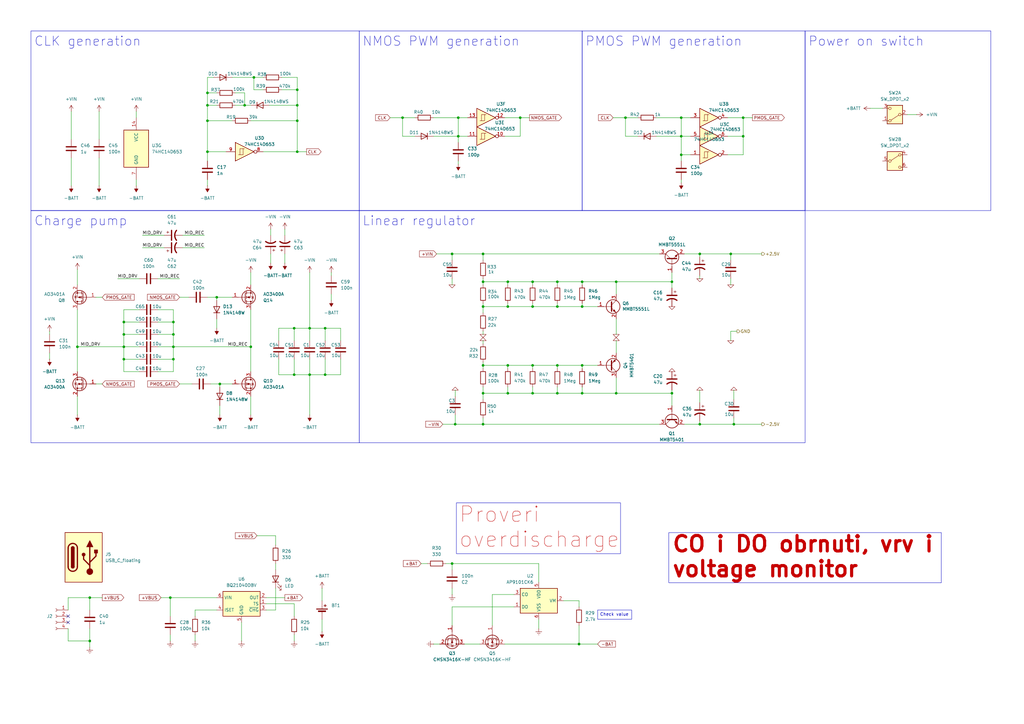
<source format=kicad_sch>
(kicad_sch (version 20250114) (generator "eeschema") (generator_version "9.0")
  (paper "A3")
  (rectangle (start 238.76 12.7) (end 330.2 86.36))
  (rectangle (start 147.32 12.7) (end 238.76 86.36))
  (rectangle (start 147.32 86.36) (end 330.2 181.61))
  (rectangle (start 330.2 12.7) (end 406.4 86.36))
  (rectangle (start 12.7 86.36) (end 147.32 181.61))
  (rectangle (start 12.7 12.7) (end 147.32 86.36))
  (text "Charge pump\n" (at 13.97 92.964 0) (effects (font (size 3.81 3.81)) (justify left bottom)))
  (text "CLK generation\n" (at 13.97 19.304 0) (effects (font (size 3.81 3.81)) (justify left bottom)))
  (text "Power on switch" (at 331.47 19.304 0) (effects (font (size 3.81 3.81)) (justify left bottom)))
  (text "Linear regulator" (at 148.59 92.964 0) (effects (font (size 3.81 3.81)) (justify left bottom)))
  (text "PMOS PWM generation\n" (at 240.03 19.304 0) (effects (font (size 3.81 3.81)) (justify left bottom)))
  (text "NMOS PWM generation\n" (at 148.59 19.304 0) (effects (font (size 3.81 3.81)) (justify left bottom)))
  (text_box "Proveri overdischarge\n" (at 187.198 206.248 0) (size 67.31 20.828) (margins 0.9525 0.9525 0.9525 0.9525) (effects (font (size 6.35 6.35)) (justify left top)))
  (text_box "Check value" (at 245.11 250.19 0) (size 13.97 3.81) (margins 0.9525 0.9525 0.9525 0.9525) (effects (font (size 1.27 1.27)) (justify left top)))
  (text_box "CO i DO obrnuti, vrv i voltage monitor\n" (at 274.32 218.44 0) (size 111.76 20.574) (margins 0.9525 0.9525 0.9525 0.9525) (effects (font (size 6.35 6.35) (thickness 1.27) (bold yes)) (justify left top)))
  (junction (at 228.6 149.86))
  (junction (at 85.09 49.53))
  (junction (at 71.12 142.24))
  (junction (at 208.28 161.29))
  (junction (at 185.42 231.14))
  (junction (at 69.85 245.11))
  (junction (at 127 153.67))
  (junction (at 31.75 142.24))
  (junction (at 238.76 125.73))
  (junction (at 121.92 36.83))
  (junction (at 50.8 132.08))
  (junction (at 121.92 49.53))
  (junction (at 71.12 132.08))
  (junction (at 304.8 55.88))
  (junction (at 208.28 115.57))
  (junction (at 120.65 153.67))
  (junction (at 275.59 115.57))
  (junction (at 71.12 137.16))
  (junction (at 121.92 62.23))
  (junction (at 287.02 173.99))
  (junction (at 279.4 63.5))
  (junction (at 127 134.62))
  (junction (at 186.69 173.99))
  (junction (at 133.35 134.62))
  (junction (at 237.49 264.16))
  (junction (at 50.8 147.32))
  (junction (at 187.96 48.26))
  (junction (at 85.09 62.23))
  (junction (at 90.17 157.48))
  (junction (at 208.28 125.73))
  (junction (at 198.12 149.86))
  (junction (at 133.35 153.67))
  (junction (at 85.09 43.18))
  (junction (at 50.8 142.24))
  (junction (at 228.6 125.73))
  (junction (at 218.44 125.73))
  (junction (at 102.87 142.24))
  (junction (at 85.09 38.1))
  (junction (at 121.92 43.18))
  (junction (at 279.4 55.88))
  (junction (at 104.14 31.75))
  (junction (at 100.33 43.18))
  (junction (at 238.76 115.57))
  (junction (at 228.6 161.29))
  (junction (at 256.54 48.26))
  (junction (at 165.1 48.26))
  (junction (at 185.42 104.14))
  (junction (at 36.83 245.11))
  (junction (at 299.72 104.14))
  (junction (at 238.76 149.86))
  (junction (at 198.12 173.99))
  (junction (at 187.96 55.88))
  (junction (at 198.12 125.73))
  (junction (at 275.59 161.29))
  (junction (at 218.44 149.86))
  (junction (at 228.6 115.57))
  (junction (at 252.73 161.29))
  (junction (at 71.12 147.32))
  (junction (at 50.8 137.16))
  (junction (at 238.76 161.29))
  (junction (at 218.44 115.57))
  (junction (at 88.9 121.92))
  (junction (at 300.99 173.99))
  (junction (at 279.4 48.26))
  (junction (at 198.12 161.29))
  (junction (at 120.65 134.62))
  (junction (at 208.28 149.86))
  (junction (at 36.83 262.89))
  (junction (at 304.8 48.26))
  (junction (at 198.12 104.14))
  (junction (at 252.73 115.57))
  (junction (at 287.02 104.14))
  (junction (at 213.36 48.26))
  (junction (at 198.12 115.57))
  (junction (at 218.44 161.29))
  (no_connect (at 27.94 252.73))
  (no_connect (at 27.94 255.27))
  (wire (pts (xy 95.25 49.53) (xy 85.09 49.53)))
  (wire (pts (xy 185.42 116.84) (xy 185.42 114.3)))
  (wire (pts (xy 198.12 104.14) (xy 270.51 104.14)))
  (wire (pts (xy 177.8 264.16) (xy 180.34 264.16)))
  (wire (pts (xy 105.41 219.71) (xy 113.03 219.71)))
  (wire (pts (xy 275.59 115.57) (xy 275.59 111.76)))
  (wire (pts (xy 110.998 104.14) (xy 110.998 107.95)))
  (wire (pts (xy 27.94 245.11) (xy 36.83 245.11)))
  (wire (pts (xy 74.93 101.6) (xy 83.82 101.6)))
  (wire (pts (xy 252.73 154.94) (xy 252.73 161.29)))
  (wire (pts (xy 299.72 116.84) (xy 299.72 114.3)))
  (wire (pts (xy 120.65 153.67) (xy 127 153.67)))
  (wire (pts (xy 177.8 48.26) (xy 187.96 48.26)))
  (wire (pts (xy 80.01 262.89) (xy 80.01 260.35)))
  (wire (pts (xy 238.76 125.73) (xy 245.11 125.73)))
  (wire (pts (xy 115.57 31.75) (xy 121.92 31.75)))
  (wire (pts (xy 57.15 132.08) (xy 50.8 132.08)))
  (wire (pts (xy 69.85 260.35) (xy 69.85 262.89)))
  (wire (pts (xy 185.42 231.14) (xy 185.42 233.68)))
  (wire (pts (xy 113.03 219.71) (xy 113.03 223.52)))
  (wire (pts (xy 228.6 125.73) (xy 238.76 125.73)))
  (wire (pts (xy 64.77 147.32) (xy 71.12 147.32)))
  (wire (pts (xy 207.01 55.88) (xy 213.36 55.88)))
  (wire (pts (xy 99.06 255.27) (xy 99.06 262.89)))
  (wire (pts (xy 302.26 135.89) (xy 299.72 135.89)))
  (wire (pts (xy 228.6 151.13) (xy 228.6 149.86)))
  (wire (pts (xy 251.46 48.26) (xy 256.54 48.26)))
  (wire (pts (xy 71.12 127) (xy 71.12 132.08)))
  (wire (pts (xy 69.85 245.11) (xy 69.85 252.73)))
  (wire (pts (xy 187.96 55.88) (xy 187.96 58.42)))
  (wire (pts (xy 179.07 104.14) (xy 185.42 104.14)))
  (wire (pts (xy 252.73 115.57) (xy 252.73 120.65)))
  (wire (pts (xy 57.15 127) (xy 50.8 127)))
  (wire (pts (xy 228.6 149.86) (xy 238.76 149.86)))
  (wire (pts (xy 120.65 134.62) (xy 127 134.62)))
  (wire (pts (xy 187.96 48.26) (xy 187.96 55.88)))
  (wire (pts (xy 114.3 134.62) (xy 120.65 134.62)))
  (wire (pts (xy 198.12 115.57) (xy 198.12 116.84)))
  (wire (pts (xy 238.76 115.57) (xy 252.73 115.57)))
  (wire (pts (xy 218.44 161.29) (xy 228.6 161.29)))
  (wire (pts (xy 201.93 243.84) (xy 201.93 256.54)))
  (wire (pts (xy 100.33 38.1) (xy 100.33 43.18)))
  (wire (pts (xy 64.77 152.4) (xy 71.12 152.4)))
  (wire (pts (xy 160.02 48.26) (xy 165.1 48.26)))
  (wire (pts (xy 228.6 116.84) (xy 228.6 115.57)))
  (wire (pts (xy 181.61 173.99) (xy 186.69 173.99)))
  (wire (pts (xy 238.76 158.75) (xy 238.76 161.29)))
  (wire (pts (xy 299.72 104.14) (xy 312.42 104.14)))
  (wire (pts (xy 71.12 137.16) (xy 71.12 142.24)))
  (wire (pts (xy 269.24 55.88) (xy 279.4 55.88)))
  (wire (pts (xy 198.12 161.29) (xy 198.12 158.75)))
  (wire (pts (xy 36.83 245.11) (xy 36.83 250.19)))
  (wire (pts (xy 300.99 173.99) (xy 312.42 173.99)))
  (wire (pts (xy 50.8 137.16) (xy 50.8 142.24)))
  (wire (pts (xy 208.28 151.13) (xy 208.28 149.86)))
  (wire (pts (xy 187.96 48.26) (xy 191.77 48.26)))
  (wire (pts (xy 71.12 147.32) (xy 71.12 152.4)))
  (wire (pts (xy 186.69 160.02) (xy 186.69 162.56)))
  (wire (pts (xy 198.12 173.99) (xy 270.51 173.99)))
  (wire (pts (xy 48.26 114.3) (xy 57.15 114.3)))
  (wire (pts (xy 280.67 104.14) (xy 287.02 104.14)))
  (wire (pts (xy 102.87 49.53) (xy 121.92 49.53)))
  (wire (pts (xy 127 147.32) (xy 127 153.67)))
  (wire (pts (xy 40.64 45.72) (xy 40.64 57.15)))
  (wire (pts (xy 208.28 124.46) (xy 208.28 125.73)))
  (wire (pts (xy 55.88 73.66) (xy 55.88 76.2)))
  (wire (pts (xy 50.8 147.32) (xy 50.8 152.4)))
  (wire (pts (xy 73.66 121.92) (xy 77.47 121.92)))
  (wire (pts (xy 299.72 104.14) (xy 299.72 106.68)))
  (wire (pts (xy 139.7 153.67) (xy 133.35 153.67)))
  (wire (pts (xy 304.8 63.5) (xy 304.8 55.88)))
  (wire (pts (xy 116.84 93.98) (xy 116.84 96.52)))
  (wire (pts (xy 213.36 48.26) (xy 217.17 48.26)))
  (wire (pts (xy 90.17 166.37) (xy 90.17 170.18)))
  (wire (pts (xy 238.76 116.84) (xy 238.76 115.57)))
  (wire (pts (xy 287.02 173.99) (xy 300.99 173.99)))
  (wire (pts (xy 133.35 134.62) (xy 139.7 134.62)))
  (wire (pts (xy 114.3 153.67) (xy 120.65 153.67)))
  (wire (pts (xy 228.6 158.75) (xy 228.6 161.29)))
  (wire (pts (xy 198.12 104.14) (xy 198.12 106.68)))
  (wire (pts (xy 121.92 62.23) (xy 125.73 62.23)))
  (wire (pts (xy 210.82 243.84) (xy 201.93 243.84)))
  (wire (pts (xy 237.49 256.54) (xy 237.49 264.16)))
  (wire (pts (xy 55.88 45.72) (xy 55.88 48.26)))
  (wire (pts (xy 64.77 132.08) (xy 71.12 132.08)))
  (wire (pts (xy 287.02 104.14) (xy 299.72 104.14)))
  (wire (pts (xy 198.12 149.86) (xy 198.12 151.13)))
  (wire (pts (xy 261.62 55.88) (xy 256.54 55.88)))
  (wire (pts (xy 238.76 124.46) (xy 238.76 125.73)))
  (wire (pts (xy 102.87 152.4) (xy 102.87 142.24)))
  (wire (pts (xy 213.36 55.88) (xy 213.36 48.26)))
  (wire (pts (xy 100.33 43.18) (xy 102.87 43.18)))
  (wire (pts (xy 300.99 171.45) (xy 300.99 173.99)))
  (wire (pts (xy 210.82 248.92) (xy 185.42 248.92)))
  (wire (pts (xy 71.12 132.08) (xy 71.12 137.16)))
  (wire (pts (xy 191.77 55.88) (xy 187.96 55.88)))
  (wire (pts (xy 36.83 262.89) (xy 36.83 265.43)))
  (wire (pts (xy 127 134.62) (xy 133.35 134.62)))
  (wire (pts (xy 71.12 142.24) (xy 71.12 147.32)))
  (wire (pts (xy 73.66 157.48) (xy 78.74 157.48)))
  (wire (pts (xy 31.75 127) (xy 31.75 142.24)))
  (wire (pts (xy 27.94 250.19) (xy 27.94 245.11)))
  (wire (pts (xy 287.02 173.99) (xy 287.02 172.72)))
  (wire (pts (xy 102.87 162.56) (xy 102.87 170.18)))
  (wire (pts (xy 220.98 231.14) (xy 220.98 238.76)))
  (wire (pts (xy 198.12 114.3) (xy 198.12 115.57)))
  (wire (pts (xy 66.04 245.11) (xy 69.85 245.11)))
  (wire (pts (xy 69.85 245.11) (xy 88.9 245.11)))
  (wire (pts (xy 107.95 31.75) (xy 104.14 31.75)))
  (wire (pts (xy 31.75 162.56) (xy 31.75 170.18)))
  (wire (pts (xy 113.03 231.14) (xy 113.03 233.68)))
  (wire (pts (xy 88.9 121.92) (xy 88.9 123.19)))
  (wire (pts (xy 198.12 124.46) (xy 198.12 125.73)))
  (wire (pts (xy 120.65 247.65) (xy 109.22 247.65)))
  (wire (pts (xy 198.12 161.29) (xy 208.28 161.29)))
  (wire (pts (xy 139.7 139.7) (xy 139.7 134.62)))
  (wire (pts (xy 29.21 45.72) (xy 29.21 57.15)))
  (wire (pts (xy 114.3 147.32) (xy 114.3 153.67)))
  (wire (pts (xy 85.09 31.75) (xy 85.09 38.1)))
  (wire (pts (xy 121.92 36.83) (xy 121.92 43.18)))
  (wire (pts (xy 104.14 36.83) (xy 107.95 36.83)))
  (wire (pts (xy 86.36 157.48) (xy 90.17 157.48)))
  (wire (pts (xy 208.28 115.57) (xy 218.44 115.57)))
  (wire (pts (xy 198.12 125.73) (xy 208.28 125.73)))
  (wire (pts (xy 113.03 241.3) (xy 113.03 250.19)))
  (wire (pts (xy 279.4 55.88) (xy 279.4 63.5)))
  (wire (pts (xy 185.42 104.14) (xy 198.12 104.14)))
  (wire (pts (xy 298.45 55.88) (xy 304.8 55.88)))
  (wire (pts (xy 198.12 149.86) (xy 208.28 149.86)))
  (wire (pts (xy 127 111.76) (xy 127 134.62)))
  (wire (pts (xy 80.01 250.19) (xy 80.01 252.73)))
  (wire (pts (xy 85.09 38.1) (xy 85.09 43.18)))
  (wire (pts (xy 135.89 111.76) (xy 135.89 113.03)))
  (wire (pts (xy 132.08 254) (xy 132.08 259.08)))
  (wire (pts (xy 102.87 111.76) (xy 102.87 116.84)))
  (wire (pts (xy 238.76 149.86) (xy 238.76 151.13)))
  (wire (pts (xy 287.02 104.14) (xy 287.02 105.41)))
  (wire (pts (xy 218.44 116.84) (xy 218.44 115.57)))
  (wire (pts (xy 50.8 127) (xy 50.8 132.08)))
  (wire (pts (xy 228.6 124.46) (xy 228.6 125.73)))
  (wire (pts (xy 31.75 116.84) (xy 31.75 110.49)))
  (wire (pts (xy 287.02 160.02) (xy 287.02 165.1)))
  (wire (pts (xy 71.12 142.24) (xy 102.87 142.24)))
  (wire (pts (xy 133.35 139.7) (xy 133.35 134.62)))
  (wire (pts (xy 198.12 173.99) (xy 198.12 171.45)))
  (wire (pts (xy 185.42 248.92) (xy 185.42 256.54)))
  (wire (pts (xy 85.09 31.75) (xy 87.63 31.75)))
  (wire (pts (xy 88.9 121.92) (xy 95.25 121.92)))
  (wire (pts (xy 275.59 115.57) (xy 275.59 118.11)))
  (wire (pts (xy 64.77 137.16) (xy 71.12 137.16)))
  (wire (pts (xy 198.12 148.59) (xy 198.12 149.86)))
  (wire (pts (xy 208.28 125.73) (xy 218.44 125.73)))
  (wire (pts (xy 58.42 96.52) (xy 67.31 96.52)))
  (wire (pts (xy 31.75 142.24) (xy 50.8 142.24)))
  (wire (pts (xy 252.73 130.81) (xy 252.73 137.16)))
  (wire (pts (xy 20.32 144.78) (xy 20.32 147.32)))
  (wire (pts (xy 90.17 157.48) (xy 90.17 158.75)))
  (wire (pts (xy 85.09 43.18) (xy 88.9 43.18)))
  (wire (pts (xy 64.77 127) (xy 71.12 127)))
  (wire (pts (xy 165.1 55.88) (xy 165.1 48.26)))
  (wire (pts (xy 116.84 104.14) (xy 116.84 107.95)))
  (wire (pts (xy 85.09 62.23) (xy 92.71 62.23)))
  (wire (pts (xy 275.59 161.29) (xy 275.59 160.02)))
  (wire (pts (xy 85.09 62.23) (xy 85.09 66.04)))
  (wire (pts (xy 58.42 101.6) (xy 67.31 101.6)))
  (wire (pts (xy 85.09 73.66) (xy 85.09 76.2)))
  (wire (pts (xy 207.01 48.26) (xy 213.36 48.26)))
  (wire (pts (xy 64.77 114.3) (xy 73.66 114.3)))
  (wire (pts (xy 208.28 116.84) (xy 208.28 115.57)))
  (wire (pts (xy 198.12 163.83) (xy 198.12 161.29)))
  (wire (pts (xy 256.54 48.26) (xy 261.62 48.26)))
  (wire (pts (xy 198.12 115.57) (xy 208.28 115.57)))
  (wire (pts (xy 31.75 142.24) (xy 31.75 152.4)))
  (wire (pts (xy 252.73 144.78) (xy 252.73 139.7)))
  (wire (pts (xy 85.09 38.1) (xy 88.9 38.1)))
  (wire (pts (xy 237.49 264.16) (xy 207.01 264.16)))
  (wire (pts (xy 279.4 63.5) (xy 283.21 63.5)))
  (wire (pts (xy 107.95 62.23) (xy 121.92 62.23)))
  (wire (pts (xy 208.28 149.86) (xy 218.44 149.86)))
  (wire (pts (xy 182.88 231.14) (xy 185.42 231.14)))
  (wire (pts (xy 218.44 124.46) (xy 218.44 125.73)))
  (wire (pts (xy 198.12 140.97) (xy 198.12 139.7)))
  (wire (pts (xy 133.35 153.67) (xy 127 153.67)))
  (wire (pts (xy 185.42 104.14) (xy 185.42 106.68)))
  (wire (pts (xy 356.87 44.45) (xy 361.95 44.45)))
  (wire (pts (xy 90.17 157.48) (xy 95.25 157.48)))
  (wire (pts (xy 121.92 49.53) (xy 121.92 62.23)))
  (wire (pts (xy 165.1 48.26) (xy 170.18 48.26)))
  (wire (pts (xy 185.42 231.14) (xy 220.98 231.14)))
  (wire (pts (xy 170.18 55.88) (xy 165.1 55.88)))
  (wire (pts (xy 57.15 152.4) (xy 50.8 152.4)))
  (wire (pts (xy 287.02 114.3) (xy 287.02 113.03)))
  (wire (pts (xy 172.72 231.14) (xy 175.26 231.14)))
  (wire (pts (xy 252.73 115.57) (xy 275.59 115.57)))
  (wire (pts (xy 40.64 64.77) (xy 40.64 76.2)))
  (wire (pts (xy 218.44 149.86) (xy 228.6 149.86)))
  (wire (pts (xy 190.5 264.16) (xy 196.85 264.16)))
  (wire (pts (xy 120.65 147.32) (xy 120.65 153.67)))
  (wire (pts (xy 104.14 31.75) (xy 104.14 36.83)))
  (wire (pts (xy 218.44 115.57) (xy 228.6 115.57)))
  (wire (pts (xy 113.03 250.19) (xy 109.22 250.19)))
  (wire (pts (xy 300.99 160.02) (xy 300.99 163.83)))
  (wire (pts (xy 116.84 245.11) (xy 109.22 245.11)))
  (wire (pts (xy 304.8 48.26) (xy 308.61 48.26)))
  (wire (pts (xy 57.15 147.32) (xy 50.8 147.32)))
  (wire (pts (xy 218.44 151.13) (xy 218.44 149.86)))
  (wire (pts (xy 220.98 254) (xy 220.98 257.81)))
  (wire (pts (xy 185.42 241.3) (xy 185.42 243.84)))
  (wire (pts (xy 275.59 161.29) (xy 275.59 166.37)))
  (wire (pts (xy 218.44 158.75) (xy 218.44 161.29)))
  (wire (pts (xy 27.94 262.89) (xy 36.83 262.89)))
  (wire (pts (xy 27.94 257.81) (xy 27.94 262.89)))
  (wire (pts (xy 120.65 262.89) (xy 120.65 260.35)))
  (wire (pts (xy 245.11 264.16) (xy 237.49 264.16)))
  (wire (pts (xy 127 134.62) (xy 127 139.7)))
  (wire (pts (xy 228.6 161.29) (xy 238.76 161.29)))
  (wire (pts (xy 198.12 135.89) (xy 198.12 137.16)))
  (wire (pts (xy 279.4 48.26) (xy 283.21 48.26)))
  (wire (pts (xy 102.87 142.24) (xy 102.87 127)))
  (wire (pts (xy 279.4 63.5) (xy 279.4 66.04)))
  (wire (pts (xy 20.32 135.89) (xy 20.32 137.16)))
  (wire (pts (xy 64.77 142.24) (xy 71.12 142.24)))
  (wire (pts (xy 120.65 247.65) (xy 120.65 252.73)))
  (wire (pts (xy 283.21 55.88) (xy 279.4 55.88)))
  (wire (pts (xy 228.6 115.57) (xy 238.76 115.57)))
  (wire (pts (xy 279.4 48.26) (xy 279.4 55.88)))
  (wire (pts (xy 50.8 142.24) (xy 57.15 142.24)))
  (wire (pts (xy 298.45 48.26) (xy 304.8 48.26)))
  (wire (pts (xy 85.09 43.18) (xy 85.09 49.53)))
  (wire (pts (xy 186.69 173.99) (xy 198.12 173.99)))
  (wire (pts (xy 187.96 66.04) (xy 187.96 67.31)))
  (wire (pts (xy 208.28 158.75) (xy 208.28 161.29)))
  (wire (pts (xy 121.92 31.75) (xy 121.92 36.83)))
  (wire (pts (xy 135.89 120.65) (xy 135.89 123.19)))
  (wire (pts (xy 36.83 245.11) (xy 41.91 245.11)))
  (wire (pts (xy 177.8 55.88) (xy 187.96 55.88)))
  (wire (pts (xy 114.3 139.7) (xy 114.3 134.62)))
  (wire (pts (xy 198.12 125.73) (xy 198.12 128.27)))
  (wire (pts (xy 80.01 250.19) (xy 88.9 250.19)))
  (wire (pts (xy 186.69 173.99) (xy 186.69 170.18)))
  (wire (pts (xy 110.998 93.98) (xy 110.998 96.52)))
  (wire (pts (xy 110.49 43.18) (xy 121.92 43.18)))
  (wire (pts (xy 139.7 147.32) (xy 139.7 153.67)))
  (wire (pts (xy 132.08 241.3) (xy 132.08 246.38)))
  (wire (pts (xy 85.09 121.92) (xy 88.9 121.92)))
  (wire (pts (xy 298.45 63.5) (xy 304.8 63.5)))
  (wire (pts (xy 39.37 157.48) (xy 41.91 157.48)))
  (wire (pts (xy 74.93 96.52) (xy 83.82 96.52)))
  (wire (pts (xy 50.8 142.24) (xy 50.8 147.32)))
  (wire (pts (xy 238.76 149.86) (xy 245.11 149.86)))
  (wire (pts (xy 238.76 161.29) (xy 252.73 161.29)))
  (wire (pts (xy 29.21 64.77) (xy 29.21 76.2)))
  (wire (pts (xy 95.25 31.75) (xy 104.14 31.75)))
  (wire (pts (xy 96.52 38.1) (xy 100.33 38.1)))
  (wire (pts (xy 50.8 132.08) (xy 50.8 137.16)))
  (wire (pts (xy 256.54 55.88) (xy 256.54 48.26)))
  (wire (pts (xy 269.24 48.26) (xy 279.4 48.26)))
  (wire (pts (xy 304.8 48.26) (xy 304.8 55.88)))
  (wire (pts (xy 100.33 43.18) (xy 96.52 43.18)))
  (wire (pts (xy 120.65 134.62) (xy 120.65 139.7)))
  (wire (pts (xy 88.9 130.81) (xy 88.9 134.62)))
  (wire (pts (xy 50.8 137.16) (xy 57.15 137.16)))
  (wire (pts (xy 252.73 161.29) (xy 275.59 161.29)))
  (wire (pts (xy 372.11 46.99) (xy 375.92 46.99)))
  (wire (pts (xy 127 153.67) (xy 127 170.18)))
  (wire (pts (xy 237.49 246.38) (xy 231.14 246.38)))
  (wire (pts (xy 115.57 36.83) (xy 121.92 36.83)))
  (wire (pts (xy 121.92 43.18) (xy 121.92 49.53)))
  (wire (pts (xy 280.67 173.99) (xy 287.02 173.99)))
  (wire (pts (xy 36.83 257.81) (xy 36.83 262.89)))
  (wire (pts (xy 133.35 147.32) (xy 133.35 153.67)))
  (wire (pts (xy 218.44 125.73) (xy 228.6 125.73)))
  (wire (pts (xy 279.4 73.66) (xy 279.4 74.93)))
  (wire (pts (xy 237.49 248.92) (xy 237.49 246.38)))
  (wire (pts (xy 85.09 49.53) (xy 85.09 62.23)))
  (wire (pts (xy 299.72 135.89) (xy 299.72 139.7)))
  (wire (pts (xy 208.28 161.29) (xy 218.44 161.29)))
  (wire (pts (xy 39.37 121.92) (xy 41.91 121.92)))
  (label "MID_REC" (at 101.6 142.24 180))
  (label "MID_DRV" (at 58.42 96.52 0))
  (label "MID_REC" (at 73.66 114.3 180))
  (label "MID_REC" (at 83.82 101.6 180))
  (label "MID_DRV" (at 58.42 101.6 0))
  (label "MID_DRV" (at 33.02 142.24 0))
  (label "MID_REC" (at 83.82 96.52 180))
  (label "MID_DRV" (at 48.26 114.3 0))
  (global_label "+VBUS" (shape output) (at 41.91 245.11 0) (property "Intersheetrefs" "${INTERSHEET_REFS}" (effects (hide yes))))
  (global_label "PMOS_GATE" (shape input) (at 41.91 121.92 0) (property "Intersheetrefs" "${INTERSHEET_REFS}" (effects (hide yes))))
  (global_label "PMOS_GATE" (shape input) (at 73.66 157.48 180) (property "Intersheetrefs" "${INTERSHEET_REFS}" (effects (hide yes))))
  (global_label "NMOS_GATE" (shape input) (at 41.91 157.48 0) (property "Intersheetrefs" "${INTERSHEET_REFS}" (effects (hide yes))))
  (global_label "+BAT" (shape input) (at 172.72 231.14 180) (property "Intersheetrefs" "${INTERSHEET_REFS}" (effects (hide yes))))
  (global_label "+VBUS" (shape input) (at 105.41 219.71 180) (property "Intersheetrefs" "${INTERSHEET_REFS}" (effects (hide yes))))
  (global_label "-BAT" (shape input) (at 245.11 264.16 0) (property "Intersheetrefs" "${INTERSHEET_REFS}" (effects (hide yes))))
  (global_label "+BAT" (shape output) (at 116.84 245.11 0) (property "Intersheetrefs" "${INTERSHEET_REFS}" (effects (hide yes))))
  (global_label "+VBUS" (shape input) (at 66.04 245.11 180) (property "Intersheetrefs" "${INTERSHEET_REFS}" (effects (hide yes))))
  (global_label "PMOS_GATE" (shape output) (at 308.61 48.26 0) (property "Intersheetrefs" "${INTERSHEET_REFS}" (effects (hide yes))))
  (global_label "NMOS_GATE" (shape input) (at 73.66 121.92 180) (property "Intersheetrefs" "${INTERSHEET_REFS}" (effects (hide yes))))
  (global_label "CLK" (shape input) (at 251.46 48.26 180) (property "Intersheetrefs" "${INTERSHEET_REFS}" (effects (hide yes))))
  (global_label "CLK" (shape output) (at 125.73 62.23 0) (property "Intersheetrefs" "${INTERSHEET_REFS}" (effects (hide yes))))
  (global_label "+VIN" (shape input) (at 179.07 104.14 180) (property "Intersheetrefs" "${INTERSHEET_REFS}" (effects (hide yes))))
  (global_label "-VIN" (shape input) (at 181.61 173.99 180) (property "Intersheetrefs" "${INTERSHEET_REFS}" (effects (hide yes))))
  (global_label "CLK" (shape input) (at 160.02 48.26 180) (property "Intersheetrefs" "${INTERSHEET_REFS}" (effects (hide yes))))
  (global_label "NMOS_GATE" (shape output) (at 217.17 48.26 0) (property "Intersheetrefs" "${INTERSHEET_REFS}" (effects (hide yes))))
  (hierarchical_label "GND" (shape output) (at 302.26 135.89 0))
  (hierarchical_label "-2.5V" (shape output) (at 312.42 173.99 0))
  (hierarchical_label "+2.5V" (shape output) (at 312.42 104.14 0))
  (symbol (lib_id "Device:R") (at 179.07 231.14 90) (mirror x) (unit 1)
    (property "Reference" "R30" (at 179.07 224.79 90))
    (property "Value" "330" (at 179.07 227.33 90))
    (property "Footprint" "Resistor_SMD:R_0603_1608Metric_Pad0.98x0.95mm_HandSolder" (effects (hide yes)))
  )
  (symbol (lib_id "power:-BATT") (at 85.09 76.2 180) (unit 1)
    (property "Reference" "#PWR05" (effects (hide yes)))
    (property "Value" "-BATT" (at 85.09 81.28 0))
    (property "Description" "Power symbol creates a global label with name \"-BATT\"" (effects (hide yes)))
  )
  (symbol (lib_id "power:-BATT") (at 31.75 170.18 180) (unit 1)
    (property "Reference" "#PWR025" (effects (hide yes)))
    (property "Value" "-BATT" (at 31.75 175.26 0))
    (property "Description" "Power symbol creates a global label with name \"-BATT\"" (effects (hide yes)))
  )
  (symbol (lib_id "Device:C") (at 114.3 143.51 0) (mirror x) (unit 1)
    (property "Reference" "C54" (at 114.3 141.478 0) (effects (justify right)))
    (property "Value" "10u" (at 114.3 145.796 0) (effects (justify right)))
    (property "Footprint" "Resistor_SMD:R_0805_2012Metric_Pad1.20x1.40mm_HandSolder" (effects (hide yes)))
    (property "LCSC" "C15850" (effects (hide yes)))
    (property "Voltage" "25V" (effects (hide yes)))
  )
  (symbol (lib_id "Device:C_Polarized_US") (at 275.59 121.92 0) (mirror y) (unit 1)
    (property "Reference" "C16" (at 271.78 120.0149 0) (effects (justify left)))
    (property "Value" "47u" (at 271.78 122.5549 0) (effects (justify left)))
    (property "Footprint" "Capacitor_THT:CP_Radial_D5.0mm_P2.00mm" (effects (hide yes)))
    (property "Description" "Polarized capacitor, US symbol" (effects (hide yes)))
  )
  (symbol (lib_id "Device:R") (at 198.12 144.78 180) (unit 1)
    (property "Reference" "R32" (at 196.215 146.05 0) (effects (justify left)))
    (property "Value" "22k" (at 196.215 143.51 0) (effects (justify left)))
    (property "Footprint" "Resistor_SMD:R_0603_1608Metric_Pad0.98x0.95mm_HandSolder" (effects (hide yes)))
    (property "LCSC" "C31850" (effects (hide yes)))
  )
  (symbol (lib_id "power:Earth") (at 120.65 262.89 0) (unit 1)
    (property "Reference" "#PWR09" (effects (hide yes)))
    (property "Value" "Earth" (effects (hide yes)))
    (property "Description" "Power symbol creates a global label with name \"Earth\"" (effects (hide yes)))
  )
  (symbol (lib_id "power:+BATT") (at 135.89 111.76 0) (unit 1)
    (property "Reference" "#PWR034" (effects (hide yes)))
    (property "Value" "-VIN" (at 135.89 106.68 0))
    (property "Description" "Power symbol creates a global label with name \"+BATT\"" (effects (hide yes)))
  )
  (symbol (lib_id "power:+BATT") (at 375.92 46.99 270) (unit 1)
    (property "Reference" "#PWR023" (effects (hide yes)))
    (property "Value" "+VIN" (at 379.73 46.9899 90) (effects (justify left)))
    (property "Description" "Power symbol creates a global label with name \"+BATT\"" (effects (hide yes)))
  )
  (symbol (lib_id "power:Earth") (at 69.85 262.89 0) (unit 1)
    (property "Reference" "#PWR018" (effects (hide yes)))
    (property "Value" "Earth" (effects (hide yes)))
    (property "Description" "Power symbol creates a global label with name \"Earth\"" (effects (hide yes)))
  )
  (symbol (lib_id "Simulation_SPICE:0") (at 287.02 160.02 180) (unit 1)
    (property "Reference" "#GND026" (effects (hide yes)))
    (property "Value" "0" (effects (hide yes)))
  )
  (symbol (lib_id "Device:C") (at 60.96 132.08 90) (mirror x) (unit 1)
    (property "Reference" "C50" (at 59.436 130.81 90) (effects (justify left)))
    (property "Value" "10u" (at 62.484 130.81 90) (effects (justify right)))
    (property "Footprint" "Resistor_SMD:R_0805_2012Metric_Pad1.20x1.40mm_HandSolder" (effects (hide yes)))
    (property "LCSC" "C15850" (effects (hide yes)))
    (property "Voltage" "25V" (effects (hide yes)))
  )
  (symbol (lib_id "Device:C_Polarized_US") (at 287.02 109.22 0) (mirror y) (unit 1)
    (property "Reference" "C44" (at 283.464 107.95 0) (effects (justify left)))
    (property "Value" "47u" (at 283.464 110.49 0) (effects (justify left)))
    (property "Footprint" "Capacitor_THT:CP_Radial_D5.0mm_P2.00mm" (effects (hide yes)))
    (property "Description" "Polarized capacitor, US symbol" (effects (hide yes)))
  )
  (symbol (lib_id "Simulation_SPICE:0") (at 287.02 114.3 0) (mirror y) (unit 1)
    (property "Reference" "#GND035" (effects (hide yes)))
    (property "Value" "0" (effects (hide yes)))
  )
  (symbol (lib_id "Simulation_SPICE:0") (at 299.72 116.84 0) (unit 1)
    (property "Reference" "#GND046" (effects (hide yes)))
    (property "Value" "0" (effects (hide yes)))
  )
  (symbol (lib_id "Transistor_BJT:MMBT5551L") (at 275.59 106.68 90) (unit 1)
    (property "Reference" "Q2" (at 275.59 97.79 90))
    (property "Value" "MMBT5551L" (at 275.59 100.33 90))
    (property "Footprint" "Package_TO_SOT_SMD:SOT-23" (effects (hide yes)))
    (property "Datasheet" "www.onsemi.com/pub/Collateral/MMBT5550LT1-D.PDF" (effects (hide yes)))
    (property "Description" "0.6A Ic, 160V Vce, NPN Transistor, SOT-23" (effects (hide yes)))
  )
  (symbol (lib_id "power:Earth") (at 220.98 257.81 0) (unit 1)
    (property "Reference" "#PWR013" (effects (hide yes)))
    (property "Value" "Earth" (effects (hide yes)))
    (property "Description" "Power symbol creates a global label with name \"Earth\"" (effects (hide yes)))
  )
  (symbol (lib_id "Diode:1N4148W") (at 90.17 162.56 90) (unit 1)
    (property "Reference" "D8" (at 92.71 161.2899 90) (effects (justify right)))
    (property "Value" "1N4148W" (at 92.71 163.8299 90) (effects (justify right)))
    (property "Footprint" "Diode_SMD:D_SOD-123" (effects (hide yes)))
    (property "Datasheet" "https://www.vishay.com/docs/85748/1n4148w.pdf" (effects (hide yes)))
    (property "Description" "75V 0.15A Fast Switching Diode, SOD-123" (effects (hide yes)))
    (property "Sim.Device" "D" (effects (hide yes)))
    (property "Sim.Pins" "1=K 2=A" (effects (hide yes)))
  )
  (symbol (lib_id "power:+BATT") (at 55.88 45.72 0) (unit 1)
    (property "Reference" "#PWR016" (effects (hide yes)))
    (property "Value" "+VIN" (at 55.88 40.64 0))
    (property "Description" "Power symbol creates a global label with name \"+BATT\"" (effects (hide yes)))
  )
  (symbol (lib_id "power:-BATT") (at 55.88 76.2 180) (unit 1)
    (property "Reference" "#PWR06" (effects (hide yes)))
    (property "Value" "-BATT" (at 55.88 81.28 0))
    (property "Description" "Power symbol creates a global label with name \"-BATT\"" (effects (hide yes)))
  )
  (symbol (lib_id "Device:R") (at 113.03 227.33 180) (unit 1)
    (property "Reference" "R26" (at 115.57 226.0599 0) (effects (justify right)))
    (property "Value" "330" (at 115.57 228.5999 0) (effects (justify right)))
    (property "Footprint" "Resistor_SMD:R_0603_1608Metric_Pad0.98x0.95mm_HandSolder" (effects (hide yes)))
  )
  (symbol (lib_id "power:-BATT") (at 102.87 170.18 180) (unit 1)
    (property "Reference" "#PWR027" (effects (hide yes)))
    (property "Value" "-BATT" (at 102.87 175.26 0))
    (property "Description" "Power symbol creates a global label with name \"-BATT\"" (effects (hide yes)))
  )
  (symbol (lib_id "Device:R") (at 238.76 120.65 180) (unit 1)
    (property "Reference" "R46" (at 241.3 119.3799 0) (effects (justify right)))
    (property "Value" "1Meg" (at 241.3 121.9199 0) (effects (justify right)))
    (property "Footprint" "Resistor_SMD:R_0603_1608Metric_Pad0.98x0.95mm_HandSolder" (effects (hide yes)))
    (property "LCSC" "C22935" (effects (hide yes)))
  )
  (symbol (lib_id "Device:C_Polarized_US") (at 287.02 168.91 0) (mirror y) (unit 1)
    (property "Reference" "C36" (at 283.718 167.64 0) (effects (justify left)))
    (property "Value" "47u" (at 283.718 170.18 0) (effects (justify left)))
    (property "Footprint" "Capacitor_THT:CP_Radial_D5.0mm_P2.00mm" (effects (hide yes)))
    (property "Description" "Polarized capacitor, US symbol" (effects (hide yes)))
  )
  (symbol (lib_id "Device:R") (at 265.43 48.26 270) (unit 1)
    (property "Reference" "R42" (at 260.35 46.99 90))
    (property "Value" "1k" (at 269.748 46.99 90))
    (property "Footprint" "Resistor_SMD:R_0603_1608Metric_Pad0.98x0.95mm_HandSolder" (effects (hide yes)))
    (property "LCSC" "C21190" (effects (hide yes)))
  )
  (symbol (lib_id "Diode:1N4148W") (at 88.9 127 90) (unit 1)
    (property "Reference" "D13" (at 91.44 125.7299 90) (effects (justify right)))
    (property "Value" "1N4148W" (at 91.44 128.2699 90) (effects (justify right)))
    (property "Footprint" "Diode_SMD:D_SOD-123" (effects (hide yes)))
    (property "Datasheet" "https://www.vishay.com/docs/85748/1n4148w.pdf" (effects (hide yes)))
    (property "Description" "75V 0.15A Fast Switching Diode, SOD-123" (effects (hide yes)))
    (property "Sim.Device" "D" (effects (hide yes)))
    (property "Sim.Pins" "1=K 2=A" (effects (hide yes)))
  )
  (symbol (lib_id "power:Earth") (at 99.06 262.89 0) (unit 1)
    (property "Reference" "#PWR08" (effects (hide yes)))
    (property "Value" "Earth" (effects (hide yes)))
    (property "Description" "Power symbol creates a global label with name \"Earth\"" (effects (hide yes)))
  )
  (symbol (lib_id "74xx:74HC14") (at 290.83 63.5 0) (unit 1)
    (property "Reference" "U3" (at 290.83 54.61 0))
    (property "Value" "74HC14D653" (at 290.83 57.15 0))
    (property "Footprint" "Package_SO:SOIC-14_3.9x8.7mm_P1.27mm" (effects (hide yes)))
    (property "Datasheet" "https://jlcpcb.com/api/file/downloadByFileSystemAccessId/8579708675566587904" (effects (hide yes)))
    (property "Description" "Hex inverter schmitt trigger" (effects (hide yes)))
    (property "LCSC" "C5605" (effects (hide yes)))
  )
  (symbol (lib_id "Device:R") (at 198.12 132.08 0) (unit 1)
    (property "Reference" "R27" (at 200.025 130.81 0) (effects (justify left)))
    (property "Value" "22k" (at 200.025 133.35 0) (effects (justify left)))
    (property "Footprint" "Resistor_SMD:R_0603_1608Metric_Pad0.98x0.95mm_HandSolder" (effects (hide yes)))
    (property "LCSC" "C31850" (effects (hide yes)))
  )
  (symbol (lib_id "Device:C") (at 185.42 110.49 0) (mirror x) (unit 1)
    (property "Reference" "C55" (at 185.42 108.458 0) (effects (justify right)))
    (property "Value" "10u" (at 185.42 112.776 0) (effects (justify right)))
    (property "Footprint" "Resistor_SMD:R_0805_2012Metric_Pad1.20x1.40mm_HandSolder" (effects (hide yes)))
    (property "LCSC" "C15850" (effects (hide yes)))
    (property "Voltage" "25V" (effects (hide yes)))
  )
  (symbol (lib_id "Simulation_SPICE:0") (at 186.69 160.02 0) (mirror x) (unit 1)
    (property "Reference" "#GND030" (effects (hide yes)))
    (property "Value" "0" (effects (hide yes)))
  )
  (symbol (lib_id "Device:C") (at 279.4 69.85 180) (unit 1)
    (property "Reference" "C34" (at 283.21 68.5799 0) (effects (justify right)))
    (property "Value" "100p" (at 283.21 71.1199 0) (effects (justify right)))
    (property "Footprint" "Capacitor_SMD:C_0603_1608Metric_Pad1.08x0.95mm_HandSolder" (effects (hide yes)))
    (property "LCSC" "C14858" (effects (hide yes)))
  )
  (symbol (lib_id "Transistor_BJT:MMBT3906") (at 275.59 171.45 90) (mirror x) (unit 1)
    (property "Reference" "Q1" (at 275.59 177.8 90))
    (property "Value" "MMBT5401" (at 275.59 180.34 90))
    (property "Footprint" "Package_TO_SOT_SMD:SOT-23" (effects (hide yes)))
    (property "Datasheet" "https://www.onsemi.com/pdf/datasheet/pzt3906-d.pdf" (effects (hide yes)))
    (property "Description" "-0.2A Ic, -40V Vce, Small Signal PNP Transistor, SOT-23" (effects (hide yes)))
    (property "LCSC" "C8326" (effects (hide yes)))
  )
  (symbol (lib_id "power:Earth") (at 36.83 265.43 0) (unit 1)
    (property "Reference" "#PWR07" (effects (hide yes)))
    (property "Value" "Earth" (effects (hide yes)))
    (property "Description" "Power symbol creates a global label with name \"Earth\"" (effects (hide yes)))
  )
  (symbol (lib_id "Device:R") (at 198.12 120.65 180) (unit 1)
    (property "Reference" "R34" (at 201.93 119.634 0))
    (property "Value" "100k" (at 202.438 121.666 0))
    (property "Footprint" "Resistor_SMD:R_0603_1608Metric_Pad0.98x0.95mm_HandSolder" (effects (hide yes)))
    (property "LCSC" "C25803" (effects (hide yes)))
  )
  (symbol (lib_id "power:-BATT") (at 116.84 107.95 180) (unit 1)
    (property "Reference" "#PWR037" (effects (hide yes)))
    (property "Value" "-BATT" (at 116.84 113.03 0))
    (property "Description" "Power symbol creates a global label with name \"-BATT\"" (effects (hide yes)))
  )
  (symbol (lib_id "Switch:SW_DPDT_x2") (at 367.03 66.04 0) (unit 2)
    (property "Reference" "SW2" (at 367.03 57.15 0))
    (property "Value" "SW_DPDT_x2" (at 367.03 59.69 0))
    (property "Footprint" "DS100M08KV:DPDT_bigger" (effects (hide yes)))
    (property "Description" "Switch, dual pole double throw, separate symbols" (effects (hide yes)))
  )
  (symbol (lib_id "Device:C_Polarized_US") (at 110.998 100.33 180) (unit 1)
    (property "Reference" "C64" (at 107.442 101.6 0) (effects (justify left)))
    (property "Value" "47u" (at 107.442 99.06 0) (effects (justify left)))
    (property "Footprint" "Capacitor_THT:CP_Radial_D5.0mm_P2.00mm" (effects (hide yes)))
    (property "Description" "Polarized capacitor, US symbol" (effects (hide yes)))
  )
  (symbol (lib_id "Battery_Management:AP9101CK6") (at 220.98 246.38 0) (mirror y) (unit 1)
    (property "Reference" "U2" (at 218.8367 236.22 0) (effects (justify left)))
    (property "Value" "AP9101CK6" (at 218.8367 238.76 0) (effects (justify left)))
    (property "Footprint" "Package_TO_SOT_SMD:SOT-23-6" (effects (hide yes)))
    (property "Datasheet" "https://www.diodes.com/assets/Datasheets/AP9101C.pdf" (effects (hide yes)))
    (property "Description" "Li+ Battery Protection IC for Single Cell Pack, SOT-23-6" (effects (hide yes)))
  )
  (symbol (lib_id "Device:C") (at 185.42 237.49 0) (mirror y) (unit 1)
    (property "Reference" "C2" (at 189.23 238.76 0) (effects (justify right)))
    (property "Value" "100n" (at 189.23 236.22 0) (effects (justify right)))
    (property "Footprint" "Resistor_SMD:R_0603_1608Metric_Pad0.98x0.95mm_HandSolder" (effects (hide yes)))
  )
  (symbol (lib_id "DS100M08KV:USB_C_floating") (at 34.29 228.6 0) (unit 1)
    (property "Reference" "J5" (at 43.18 227.3299 0) (effects (justify left)))
    (property "Value" "USB_C_floating" (at 43.18 229.8699 0) (effects (justify left)))
    (property "Footprint" "DS100M08KV:USB_C_floating" (effects (hide yes)))
    (property "Datasheet" "https://www.usb.org/sites/default/files/documents/usb_type-c.zip" (effects (hide yes)))
    (property "Description" "USB Power-Only 6P Type-C Receptacle connector" (effects (hide yes)))
  )
  (symbol (lib_id "power:+BATT") (at 116.84 93.98 0) (unit 1)
    (property "Reference" "#PWR036" (effects (hide yes)))
    (property "Value" "-VIN" (at 116.84 88.9 0))
    (property "Description" "Power symbol creates a global label with name \"+BATT\"" (effects (hide yes)))
  )
  (symbol (lib_id "Simulation_SPICE:0") (at 275.59 125.73 0) (unit 1)
    (property "Reference" "#GND041" (effects (hide yes)))
    (property "Value" "0" (effects (hide yes)))
  )
  (symbol (lib_id "power:+BATT") (at 127 111.76 0) (unit 1)
    (property "Reference" "#PWR031" (effects (hide yes)))
    (property "Value" "-VIN" (at 127 106.68 0))
    (property "Description" "Power symbol creates a global label with name \"+BATT\"" (effects (hide yes)))
  )
  (symbol (lib_id "Diode:1N4148WS") (at 91.44 31.75 0) (mirror y) (unit 1)
    (property "Reference" "D10" (at 85.344 30.226 0) (effects (justify right)))
    (property "Value" "1N4148WS" (at 93.218 30.226 0) (effects (justify right)))
    (property "Footprint" "Diode_SMD:D_SOD-323" (effects (hide yes)))
    (property "Datasheet" "https://www.vishay.com/docs/85751/1n4148ws.pdf" (effects (hide yes)))
    (property "Sim.Device" "D" (effects (hide yes)))
    (property "Sim.Pins" "1=K 2=A" (effects (hide yes)))
    (property "Sim.Library" "/home/ostoja/spice_models/diode/1N4148.lib" (effects (hide yes)))
    (property "Sim.Name" "1N4148" (effects (hide yes)))
    (property "LCSC" "C2128" (effects (hide yes)))
  )
  (symbol (lib_id "Device:C") (at 133.35 143.51 0) (mirror x) (unit 1)
    (property "Reference" "C52" (at 133.35 141.478 0) (effects (justify right)))
    (property "Value" "10u" (at 133.35 145.796 0) (effects (justify right)))
    (property "Footprint" "Resistor_SMD:R_0805_2012Metric_Pad1.20x1.40mm_HandSolder" (effects (hide yes)))
    (property "LCSC" "C15850" (effects (hide yes)))
    (property "Voltage" "25V" (effects (hide yes)))
  )
  (symbol (lib_id "Device:R") (at 228.6 120.65 180) (unit 1)
    (property "Reference" "R45" (at 231.14 119.3799 0) (effects (justify right)))
    (property "Value" "1Meg" (at 231.14 121.9199 0) (effects (justify right)))
    (property "Footprint" "Resistor_SMD:R_0603_1608Metric_Pad0.98x0.95mm_HandSolder" (effects (hide yes)))
    (property "LCSC" "C22935" (effects (hide yes)))
  )
  (symbol (lib_id "Device:C") (at 82.55 157.48 90) (mirror x) (unit 1)
    (property "Reference" "C27" (at 80.264 151.13 90) (effects (justify right)))
    (property "Value" "100n" (at 80.264 153.67 90) (effects (justify right)))
    (property "Footprint" "Capacitor_SMD:C_0603_1608Metric_Pad1.08x0.95mm_HandSolder" (effects (hide yes)))
    (property "LCSC" "C14663" (effects (hide yes)))
  )
  (symbol (lib_id "power:-BATT") (at 40.64 76.2 180) (unit 1)
    (property "Reference" "#PWR014" (effects (hide yes)))
    (property "Value" "-BATT" (at 40.64 81.28 0))
    (property "Description" "Power symbol creates a global label with name \"-BATT\"" (effects (hide yes)))
  )
  (symbol (lib_id "Device:R") (at 208.28 154.94 180) (unit 1)
    (property "Reference" "R41" (at 210.82 153.6699 0) (effects (justify right)))
    (property "Value" "470k" (at 210.82 156.2099 0) (effects (justify right)))
    (property "Footprint" "Resistor_SMD:R_0603_1608Metric_Pad0.98x0.95mm_HandSolder" (effects (hide yes)))
    (property "LCSC" "C23178" (effects (hide yes)))
  )
  (symbol (lib_id "Diode:1N4148WS") (at 106.68 43.18 0) (unit 1)
    (property "Reference" "D9" (at 102.108 41.91 0) (effects (justify left)))
    (property "Value" "1N4148WS" (at 108.204 41.656 0) (effects (justify left)))
    (property "Footprint" "Diode_SMD:D_SOD-323" (effects (hide yes)))
    (property "Datasheet" "https://www.vishay.com/docs/85751/1n4148ws.pdf" (effects (hide yes)))
    (property "Sim.Device" "D" (effects (hide yes)))
    (property "Sim.Pins" "1=K 2=A" (effects (hide yes)))
    (property "Sim.Library" "/home/ostoja/spice_models/diode/1N4148.lib" (effects (hide yes)))
    (property "Sim.Name" "1N4148" (effects (hide yes)))
    (property "LCSC" "C2128" (effects (hide yes)))
  )
  (symbol (lib_id "power:Earth") (at 177.8 264.16 270) (unit 1)
    (property "Reference" "#PWR011" (effects (hide yes)))
    (property "Value" "Earth" (effects (hide yes)))
    (property "Description" "Power symbol creates a global label with name \"Earth\"" (effects (hide yes)))
  )
  (symbol (lib_id "Device:C") (at 60.96 127 90) (mirror x) (unit 1)
    (property "Reference" "C65" (at 59.436 125.73 90) (effects (justify left)))
    (property "Value" "10u" (at 62.484 125.73 90) (effects (justify right)))
    (property "Footprint" "Resistor_SMD:R_0805_2012Metric_Pad1.20x1.40mm_HandSolder" (effects (hide yes)))
    (property "LCSC" "C15850" (effects (hide yes)))
    (property "Voltage" "25V" (effects (hide yes)))
  )
  (symbol (lib_id "Device:C") (at 29.21 60.96 180) (unit 1)
    (property "Reference" "C46" (at 33.02 59.6899 0) (effects (justify right)))
    (property "Value" "1u" (at 33.02 62.2299 0) (effects (justify right)))
    (property "Footprint" "Capacitor_SMD:C_0603_1608Metric_Pad1.08x0.95mm_HandSolder" (effects (hide yes)))
    (property "LCSC" "C15849" (effects (hide yes)))
  )
  (symbol (lib_id "Device:R") (at 198.12 110.49 180) (unit 1)
    (property "Reference" "R33" (at 201.676 109.474 0))
    (property "Value" "1k" (at 201.422 111.506 0))
    (property "Footprint" "Resistor_SMD:R_0603_1608Metric_Pad0.98x0.95mm_HandSolder" (effects (hide yes)))
    (property "LCSC" "C21190" (effects (hide yes)))
  )
  (symbol (lib_id "power:+BATT") (at 110.998 93.98 0) (mirror y) (unit 1)
    (property "Reference" "#PWR038" (effects (hide yes)))
    (property "Value" "-VIN" (at 110.998 88.9 0))
    (property "Description" "Power symbol creates a global label with name \"+BATT\"" (effects (hide yes)))
  )
  (symbol (lib_id "Battery_Management:BQ21040DBV") (at 99.06 247.65 0) (unit 1)
    (property "Reference" "U6" (at 99.06 237.49 0))
    (property "Value" "BQ21040DBV" (at 99.06 240.03 0))
    (property "Footprint" "Package_TO_SOT_SMD:SOT-23-6" (effects (hide yes)))
    (property "Datasheet" "https://www.ti.com/lit/ds/symlink/bq21040.pdf" (effects (hide yes)))
    (property "Description" "Single cell, 0.8A Li-Ion/Li-Po linear charge management controller, up to 30V input, 4.2V charge voltage, Open-Drain Status Output, Temperature sense input, SOT-23-6" (effects (hide yes)))
  )
  (symbol (lib_id "Device:R") (at 218.44 154.94 180) (unit 1)
    (property "Reference" "R47" (at 220.98 153.6699 0) (effects (justify right)))
    (property "Value" "470k" (at 220.98 156.2099 0) (effects (justify right)))
    (property "Footprint" "Resistor_SMD:R_0603_1608Metric_Pad0.98x0.95mm_HandSolder" (effects (hide yes)))
    (property "LCSC" "C23178" (effects (hide yes)))
  )
  (symbol (lib_id "Simulation_SPICE:0") (at 300.99 160.02 0) (mirror x) (unit 1)
    (property "Reference" "#GND033" (effects (hide yes)))
    (property "Value" "0" (effects (hide yes)))
  )
  (symbol (lib_id "power:-BATT") (at 135.89 123.19 180) (unit 1)
    (property "Reference" "#PWR035" (effects (hide yes)))
    (property "Value" "-BATT" (at 135.89 128.27 0))
    (property "Description" "Power symbol creates a global label with name \"-BATT\"" (effects (hide yes)))
  )
  (symbol (lib_id "power:Earth") (at 185.42 243.84 0) (unit 1)
    (property "Reference" "#PWR012" (effects (hide yes)))
    (property "Value" "Earth" (effects (hide yes)))
    (property "Description" "Power symbol creates a global label with name \"Earth\"" (effects (hide yes)))
  )
  (symbol (lib_id "Simulation_SPICE:0") (at 198.12 139.7 180) (unit 1)
    (property "Reference" "#GND045" (effects (hide yes)))
    (property "Value" "0" (effects (hide yes)))
  )
  (symbol (lib_id "Device:C") (at 40.64 60.96 180) (unit 1)
    (property "Reference" "C45" (at 44.45 59.6899 0) (effects (justify right)))
    (property "Value" "100n" (at 44.45 62.2299 0) (effects (justify right)))
    (property "Footprint" "Capacitor_SMD:C_0603_1608Metric_Pad1.08x0.95mm_HandSolder" (effects (hide yes)))
    (property "LCSC" "C14663" (effects (hide yes)))
  )
  (symbol (lib_id "power:+BATT") (at 132.08 241.3 0) (unit 1)
    (property "Reference" "#PWR021" (effects (hide yes)))
    (property "Value" "+BATT" (at 132.08 236.22 0))
    (property "Description" "Power symbol creates a global label with name \"+BATT\"" (effects (hide yes)))
  )
  (symbol (lib_id "power:-BATT") (at 88.9 134.62 180) (unit 1)
    (property "Reference" "#PWR029" (effects (hide yes)))
    (property "Value" "-BATT" (at 88.9 139.7 0))
    (property "Description" "Power symbol creates a global label with name \"-BATT\"" (effects (hide yes)))
  )
  (symbol (lib_id "Device:C_Polarized_US") (at 71.12 101.6 90) (unit 1)
    (property "Reference" "C62" (at 70.485 109.22 90))
    (property "Value" "47u" (at 70.485 106.68 90))
    (property "Footprint" "Capacitor_THT:CP_Radial_D5.0mm_P2.00mm" (effects (hide yes)))
    (property "Description" "Polarized capacitor, US symbol" (effects (hide yes)))
  )
  (symbol (lib_id "Device:R") (at 218.44 120.65 180) (unit 1)
    (property "Reference" "R44" (at 220.98 119.3799 0) (effects (justify right)))
    (property "Value" "470k" (at 220.98 121.9199 0) (effects (justify right)))
    (property "Footprint" "Resistor_SMD:R_0603_1608Metric_Pad0.98x0.95mm_HandSolder" (effects (hide yes)))
    (property "LCSC" "C23178" (effects (hide yes)))
  )
  (symbol (lib_id "Transistor_FET:AO3400A") (at 34.29 157.48 0) (mirror y) (unit 1)
    (property "Reference" "Q13" (at 26.67 156.2099 0) (effects (justify left)))
    (property "Value" "AO3400A" (at 26.67 158.7499 0) (effects (justify left)))
    (property "Footprint" "Package_TO_SOT_SMD:SOT-23" (effects (hide yes)))
    (property "Datasheet" "http://www.aosmd.com/pdfs/datasheet/AO3400A.pdf" (effects (hide yes)))
    (property "Description" "30V Vds, 5.7A Id, N-Channel MOSFET, SOT-23" (effects (hide yes)))
    (property "LCSC" "C20917" (effects (hide yes)))
  )
  (symbol (lib_id "74xx:74HC14") (at 199.39 48.26 0) (unit 6)
    (property "Reference" "U3" (at 205.486 42.672 0))
    (property "Value" "74HC14D653" (at 205.486 45.212 0))
    (property "Footprint" "Package_SO:SOIC-14_3.9x8.7mm_P1.27mm" (effects (hide yes)))
    (property "Datasheet" "https://jlcpcb.com/api/file/downloadByFileSystemAccessId/8579708675566587904" (effects (hide yes)))
    (property "Description" "Hex inverter schmitt trigger" (effects (hide yes)))
    (property "LCSC" "C5605" (effects (hide yes)))
  )
  (symbol (lib_id "Device:R") (at 238.76 154.94 180) (unit 1)
    (property "Reference" "R49" (at 241.3 153.6699 0) (effects (justify right)))
    (property "Value" "1Meg" (at 241.3 156.2099 0) (effects (justify right)))
    (property "Footprint" "Resistor_SMD:R_0603_1608Metric_Pad0.98x0.95mm_HandSolder" (effects (hide yes)))
    (property "LCSC" "C22935" (effects (hide yes)))
  )
  (symbol (lib_id "Device:C") (at 299.72 110.49 0) (mirror x) (unit 1)
    (property "Reference" "C29" (at 299.72 108.458 0) (effects (justify right)))
    (property "Value" "10u" (at 299.72 112.776 0) (effects (justify right)))
    (property "Footprint" "Resistor_SMD:R_0805_2012Metric_Pad1.20x1.40mm_HandSolder" (effects (hide yes)))
    (property "LCSC" "C15850" (effects (hide yes)))
    (property "Voltage" "25V" (effects (hide yes)))
  )
  (symbol (lib_id "Device:R") (at 111.76 31.75 90) (unit 1)
    (property "Reference" "R38" (at 107.442 30.48 90))
    (property "Value" "100k" (at 117.094 30.226 90))
    (property "Footprint" "Resistor_SMD:R_0603_1608Metric_Pad0.98x0.95mm_HandSolder" (effects (hide yes)))
    (property "LCSC" "C25803" (effects (hide yes)))
  )
  (symbol (lib_id "Transistor_FET:BSS123") (at 185.42 261.62 270) (unit 1)
    (property "Reference" "Q3" (at 185.42 267.97 90))
    (property "Value" "CMSN3416K-HF" (at 185.42 270.51 90))
    (property "Footprint" "Package_TO_SOT_SMD:SOT-23" (effects (hide yes)))
    (property "Datasheet" "https://eu.mouser.com/datasheet/2/80/QW-JTR77_CMSN3416K-HF_RevA-1847012.pdf" (effects (hide yes)))
    (property "Description" "0.17A Id, 100V Vds, N-Channel MOSFET, SOT-23" (effects (hide yes)))
  )
  (symbol (lib_id "Transistor_BJT:MMBT3906") (at 250.19 149.86 0) (mirror x) (unit 1)
    (property "Reference" "Q4" (at 256.54 149.86 90))
    (property "Value" "MMBT5401" (at 259.08 149.86 90))
    (property "Footprint" "Package_TO_SOT_SMD:SOT-23" (effects (hide yes)))
    (property "Datasheet" "https://www.onsemi.com/pdf/datasheet/pzt3906-d.pdf" (effects (hide yes)))
    (property "Description" "-0.2A Ic, -40V Vce, Small Signal PNP Transistor, SOT-23" (effects (hide yes)))
    (property "LCSC" "C8326" (effects (hide yes)))
  )
  (symbol (lib_id "Switch:SW_DPDT_x2") (at 367.03 46.99 180) (unit 1)
    (property "Reference" "SW2" (at 367.03 38.1 0))
    (property "Value" "SW_DPDT_x2" (at 367.03 40.64 0))
    (property "Footprint" "DS100M08KV:DPDT_bigger" (effects (hide yes)))
    (property "Description" "Switch, dual pole double throw, separate symbols" (effects (hide yes)))
  )
  (symbol (lib_id "Device:R") (at 99.06 49.53 270) (mirror x) (unit 1)
    (property "Reference" "R19" (at 94.742 48.006 90))
    (property "Value" "39k" (at 103.886 48.006 90))
    (property "Footprint" "Resistor_SMD:R_0603_1608Metric_Pad0.98x0.95mm_HandSolder" (effects (hide yes)))
    (property "LCSC" "C23153" (effects (hide yes)))
  )
  (symbol (lib_id "Transistor_BJT:MMBT5551L") (at 250.19 125.73 0) (unit 1)
    (property "Reference" "Q6" (at 255.27 124.4599 0) (effects (justify left)))
    (property "Value" "MMBT5551L" (at 255.27 126.746 0) (effects (justify left)))
    (property "Footprint" "Package_TO_SOT_SMD:SOT-23" (effects (hide yes)))
    (property "Datasheet" "www.onsemi.com/pub/Collateral/MMBT5550LT1-D.PDF" (effects (hide yes)))
    (property "Description" "0.6A Ic, 160V Vce, NPN Transistor, SOT-23" (effects (hide yes)))
    (property "LCSC" "C2145" (effects (hide yes)))
  )
  (symbol (lib_id "Transistor_FET:AO3401A") (at 34.29 121.92 180) (unit 1)
    (property "Reference" "Q8" (at 26.67 123.1901 0) (effects (justify left)))
    (property "Value" "AO3401A" (at 26.67 120.6501 0) (effects (justify left)))
    (property "Footprint" "Package_TO_SOT_SMD:SOT-23" (effects (hide yes)))
    (property "Datasheet" "http://www.aosmd.com/pdfs/datasheet/AO3401A.pdf" (effects (hide yes)))
    (property "Description" "-4.0A Id, -30V Vds, P-Channel MOSFET, SOT-23" (effects (hide yes)))
    (property "LCSC" "C15127" (effects (hide yes)))
  )
  (symbol (lib_id "power:Earth") (at 80.01 262.89 0) (unit 1)
    (property "Reference" "#PWR010" (effects (hide yes)))
    (property "Value" "Earth" (effects (hide yes)))
    (property "Description" "Power symbol creates a global label with name \"Earth\"" (effects (hide yes)))
  )
  (symbol (lib_id "power:-BATT") (at 110.998 107.95 0) (mirror x) (unit 1)
    (property "Reference" "#PWR039" (effects (hide yes)))
    (property "Value" "-BATT" (at 110.998 113.03 0))
    (property "Description" "Power symbol creates a global label with name \"-BATT\"" (effects (hide yes)))
  )
  (symbol (lib_id "Simulation_SPICE:0") (at 275.59 152.4 180) (unit 1)
    (property "Reference" "#GND015" (effects (hide yes)))
    (property "Value" "0" (effects (hide yes)))
  )
  (symbol (lib_id "Simulation_SPICE:0") (at 185.42 116.84 0) (unit 1)
    (property "Reference" "#GND032" (effects (hide yes)))
    (property "Value" "0" (effects (hide yes)))
  )
  (symbol (lib_id "Simulation_SPICE:0") (at 252.73 139.7 180) (unit 1)
    (property "Reference" "#GND044" (effects (hide yes)))
    (property "Value" "0" (effects (hide yes)))
  )
  (symbol (lib_id "power:-BATT") (at 279.4 74.93 180) (unit 1)
    (property "Reference" "#PWR04" (effects (hide yes)))
    (property "Value" "-BATT" (at 279.4 80.01 0))
    (property "Description" "Power symbol creates a global label with name \"-BATT\"" (effects (hide yes)))
  )
  (symbol (lib_id "Device:C") (at 300.99 167.64 0) (mirror x) (unit 1)
    (property "Reference" "C30" (at 300.99 165.608 0) (effects (justify right)))
    (property "Value" "10u" (at 300.99 169.926 0) (effects (justify right)))
    (property "Footprint" "Resistor_SMD:R_0805_2012Metric_Pad1.20x1.40mm_HandSolder" (effects (hide yes)))
    (property "LCSC" "C15850" (effects (hide yes)))
    (property "Voltage" "25V" (effects (hide yes)))
  )
  (symbol (lib_id "Device:R") (at 173.99 48.26 270) (mirror x) (unit 1)
    (property "Reference" "R40" (at 169.672 45.974 90) (effects (justify left)))
    (property "Value" "10k" (at 177.038 45.974 90) (effects (justify left)))
    (property "Footprint" "Resistor_SMD:R_0603_1608Metric_Pad0.98x0.95mm_HandSolder" (effects (hide yes)))
    (property "LCSC" "C25804" (effects (hide yes)))
  )
  (symbol (lib_id "Device:Battery_Cell") (at 132.08 251.46 0) (unit 1)
    (property "Reference" "BT1" (at 135.89 248.3484 0) (effects (justify left)))
    (property "Value" "Battery_Cell" (effects (hide yes)))
    (property "Footprint" "DS100M08KV:battery_holder" (effects (hide yes)))
    (property "Description" "Single-cell battery" (effects (hide yes)))
  )
  (symbol (lib_id "Device:C") (at 60.96 114.3 270) (unit 1)
    (property "Reference" "C60" (at 60.96 106.68 90))
    (property "Value" "100n" (at 60.96 109.22 90))
    (property "Footprint" "Capacitor_SMD:C_0603_1608Metric_Pad1.08x0.95mm_HandSolder" (effects (hide yes)))
    (property "LCSC" "C14663" (effects (hide yes)))
  )
  (symbol (lib_id "Simulation_SPICE:0") (at 198.12 137.16 0) (unit 1)
    (property "Reference" "#GND043" (effects (hide yes)))
    (property "Value" "0" (effects (hide yes)))
  )
  (symbol (lib_id "Device:R") (at 228.6 154.94 180) (unit 1)
    (property "Reference" "R48" (at 231.14 153.6699 0) (effects (justify right)))
    (property "Value" "1Meg" (at 231.14 156.2099 0) (effects (justify right)))
    (property "Footprint" "Resistor_SMD:R_0603_1608Metric_Pad0.98x0.95mm_HandSolder" (effects (hide yes)))
    (property "LCSC" "C22935" (effects (hide yes)))
  )
  (symbol (lib_id "Device:R") (at 80.01 256.54 180) (unit 1)
    (property "Reference" "R36" (at 82.55 255.2699 0) (effects (justify right)))
    (property "Value" "10k" (at 82.55 257.8099 0) (effects (justify right)))
    (property "Footprint" "Resistor_SMD:R_0603_1608Metric_Pad0.98x0.95mm_HandSolder" (effects (hide yes)))
  )
  (symbol (lib_id "Diode:1N4148WS") (at 173.99 55.88 0) (mirror y) (unit 1)
    (property "Reference" "D11" (at 167.894 54.356 0) (effects (justify right)))
    (property "Value" "1N4148WS" (at 175.768 54.356 0) (effects (justify right)))
    (property "Footprint" "Diode_SMD:D_SOD-323" (effects (hide yes)))
    (property "Datasheet" "https://www.vishay.com/docs/85751/1n4148ws.pdf" (effects (hide yes)))
    (property "Sim.Device" "D" (effects (hide yes)))
    (property "Sim.Pins" "1=K 2=A" (effects (hide yes)))
    (property "Sim.Library" "/home/ostoja/spice_models/diode/1N4148.lib" (effects (hide yes)))
    (property "Sim.Name" "1N4148" (effects (hide yes)))
    (property "LCSC" "C2128" (effects (hide yes)))
  )
  (symbol (lib_id "Device:LED") (at 113.03 237.49 90) (unit 1)
    (property "Reference" "D6" (at 116.84 237.8074 90) (effects (justify right)))
    (property "Value" "LED" (at 116.84 240.3474 90) (effects (justify right)))
    (property "Footprint" "LED_THT:LED_D3.0mm_FlatTop" (effects (hide yes)))
    (property "Description" "Light emitting diode" (effects (hide yes)))
    (property "Sim.Pins" "1=K 2=A" (effects (hide yes)))
  )
  (symbol (lib_id "power:+BATT") (at 29.21 45.72 0) (unit 1)
    (property "Reference" "#PWR019" (effects (hide yes)))
    (property "Value" "+VIN" (at 29.21 40.64 0))
    (property "Description" "Power symbol creates a global label with name \"+BATT\"" (effects (hide yes)))
  )
  (symbol (lib_id "Device:C") (at 60.96 152.4 90) (mirror x) (unit 1)
    (property "Reference" "C48" (at 59.436 151.13 90) (effects (justify left)))
    (property "Value" "10u" (at 62.484 151.13 90) (effects (justify right)))
    (property "Footprint" "Resistor_SMD:R_0805_2012Metric_Pad1.20x1.40mm_HandSolder" (effects (hide yes)))
    (property "LCSC" "C15850" (effects (hide yes)))
    (property "Voltage" "25V" (effects (hide yes)))
  )
  (symbol (lib_id "Transistor_FET:AO3400A") (at 100.33 121.92 0) (mirror x) (unit 1)
    (property "Reference" "Q14" (at 107.95 123.1901 0) (effects (justify left)))
    (property "Value" "AO3400A" (at 107.95 120.6501 0) (effects (justify left)))
    (property "Footprint" "Package_TO_SOT_SMD:SOT-23" (effects (hide yes)))
    (property "Datasheet" "http://www.aosmd.com/pdfs/datasheet/AO3400A.pdf" (effects (hide yes)))
    (property "Description" "30V Vds, 5.7A Id, N-Channel MOSFET, SOT-23" (effects (hide yes)))
    (property "LCSC" "C20917" (effects (hide yes)))
  )
  (symbol (lib_id "Device:C") (at 127 143.51 0) (mirror x) (unit 1)
    (property "Reference" "C1" (at 127 141.478 0) (effects (justify right)))
    (property "Value" "10u" (at 127 145.796 0) (effects (justify right)))
    (property "Footprint" "Resistor_SMD:R_0805_2012Metric_Pad1.20x1.40mm_HandSolder" (effects (hide yes)))
    (property "LCSC" "C15850" (effects (hide yes)))
    (property "Voltage" "25V" (effects (hide yes)))
  )
  (symbol (lib_id "Device:C") (at 60.96 137.16 90) (mirror x) (unit 1)
    (property "Reference" "C49" (at 59.436 135.89 90) (effects (justify left)))
    (property "Value" "10u" (at 62.484 135.89 90) (effects (justify right)))
    (property "Footprint" "Resistor_SMD:R_0805_2012Metric_Pad1.20x1.40mm_HandSolder" (effects (hide yes)))
    (property "LCSC" "C15850" (effects (hide yes)))
    (property "Voltage" "25V" (effects (hide yes)))
  )
  (symbol (lib_id "Transistor_FET:BSS123") (at 201.93 261.62 90) (mirror x) (unit 1)
    (property "Reference" "Q5" (at 201.93 267.97 90))
    (property "Value" "CMSN3416K-HF" (at 201.93 270.51 90))
    (property "Footprint" "Package_TO_SOT_SMD:SOT-23" (effects (hide yes)))
    (property "Datasheet" "https://eu.mouser.com/datasheet/2/80/QW-JTR77_CMSN3416K-HF_RevA-1847012.pdf" (effects (hide yes)))
    (property "Description" "0.17A Id, 100V Vds, N-Channel MOSFET, SOT-23" (effects (hide yes)))
  )
  (symbol (lib_id "Transistor_FET:AO3401A") (at 100.33 157.48 0) (unit 1)
    (property "Reference" "Q10" (at 107.95 156.2099 0) (effects (justify left)))
    (property "Value" "AO3401A" (at 107.95 158.7499 0) (effects (justify left)))
    (property "Footprint" "Package_TO_SOT_SMD:SOT-23" (effects (hide yes)))
    (property "Datasheet" "http://www.aosmd.com/pdfs/datasheet/AO3401A.pdf" (effects (hide yes)))
    (property "Description" "-4.0A Id, -30V Vds, P-Channel MOSFET, SOT-23" (effects (hide yes)))
    (property "LCSC" "C15127" (effects (hide yes)))
  )
  (symbol (lib_id "power:+BATT") (at 102.87 111.76 0) (unit 1)
    (property "Reference" "#PWR030" (effects (hide yes)))
    (property "Value" "-VIN" (at 102.87 106.68 0))
    (property "Description" "Power symbol creates a global label with name \"+BATT\"" (effects (hide yes)))
  )
  (symbol (lib_id "Simulation_SPICE:0") (at 299.72 139.7 0) (unit 1)
    (property "Reference" "#GND022" (effects (hide yes)))
    (property "Value" "0" (effects (hide yes)))
  )
  (symbol (lib_id "power:-BATT") (at 29.21 76.2 180) (unit 1)
    (property "Reference" "#PWR015" (effects (hide yes)))
    (property "Value" "-BATT" (at 29.21 81.28 0))
    (property "Description" "Power symbol creates a global label with name \"-BATT\"" (effects (hide yes)))
  )
  (symbol (lib_id "Device:C_Polarized_US") (at 71.12 96.52 90) (mirror x) (unit 1)
    (property "Reference" "C61" (at 70.485 88.9 90))
    (property "Value" "47u" (at 70.485 91.44 90))
    (property "Footprint" "Capacitor_THT:CP_Radial_D5.0mm_P2.00mm" (effects (hide yes)))
    (property "Description" "Polarized capacitor, US symbol" (effects (hide yes)))
  )
  (symbol (lib_id "Device:C") (at 60.96 147.32 90) (mirror x) (unit 1)
    (property "Reference" "C43" (at 59.436 146.05 90) (effects (justify left)))
    (property "Value" "10u" (at 62.484 146.05 90) (effects (justify right)))
    (property "Footprint" "Resistor_SMD:R_0805_2012Metric_Pad1.20x1.40mm_HandSolder" (effects (hide yes)))
    (property "LCSC" "C15850" (effects (hide yes)))
    (property "Voltage" "25V" (effects (hide yes)))
  )
  (symbol (lib_id "Device:R") (at 92.71 43.18 90) (unit 1)
    (property "Reference" "R21" (at 87.884 41.656 90))
    (property "Value" "470k" (at 97.79 41.656 90))
    (property "Footprint" "Resistor_SMD:R_0603_1608Metric_Pad0.98x0.95mm_HandSolder" (effects (hide yes)))
    (property "LCSC" "C23178" (effects (hide yes)))
  )
  (symbol (lib_id "power:-BATT") (at 20.32 147.32 180) (unit 1)
    (property "Reference" "#PWR033" (effects (hide yes)))
    (property "Value" "-BATT" (at 20.32 152.4 0))
    (property "Description" "Power symbol creates a global label with name \"-BATT\"" (effects (hide yes)))
  )
  (symbol (lib_id "Device:R") (at 208.28 120.65 180) (unit 1)
    (property "Reference" "R43" (at 210.82 119.3799 0) (effects (justify right)))
    (property "Value" "470k" (at 210.82 121.9199 0) (effects (justify right)))
    (property "Footprint" "Resistor_SMD:R_0603_1608Metric_Pad0.98x0.95mm_HandSolder" (effects (hide yes)))
    (property "LCSC" "C23178" (effects (hide yes)))
  )
  (symbol (lib_id "Device:R") (at 198.12 154.94 180) (unit 1)
    (property "Reference" "R28" (at 202.184 153.924 0))
    (property "Value" "100k" (at 202.438 156.21 0))
    (property "Footprint" "Resistor_SMD:R_0603_1608Metric_Pad0.98x0.95mm_HandSolder" (effects (hide yes)))
    (property "LCSC" "C25803" (effects (hide yes)))
  )
  (symbol (lib_id "power:+BATT") (at 31.75 110.49 0) (unit 1)
    (property "Reference" "#PWR024" (effects (hide yes)))
    (property "Value" "+VIN" (at 31.75 105.41 0))
    (property "Description" "Power symbol creates a global label with name \"+BATT\"" (effects (hide yes)))
  )
  (symbol (lib_id "Device:C") (at 36.83 254 180) (unit 1)
    (property "Reference" "C40" (at 40.64 252.7299 0) (effects (justify right)))
    (property "Value" "1u" (at 40.64 255.2699 0) (effects (justify right)))
    (property "Footprint" "Capacitor_SMD:C_0603_1608Metric_Pad1.08x0.95mm_HandSolder" (effects (hide yes)))
    (property "LCSC" "C15849" (effects (hide yes)))
  )
  (symbol (lib_id "power:-BATT") (at 187.96 67.31 180) (unit 1)
    (property "Reference" "#PWR03" (effects (hide yes)))
    (property "Value" "-BATT" (at 187.96 72.39 0))
    (property "Description" "Power symbol creates a global label with name \"-BATT\"" (effects (hide yes)))
  )
  (symbol (lib_id "Device:C") (at 20.32 140.97 180) (unit 1)
    (property "Reference" "C31" (at 24.13 139.6999 0) (effects (justify right)))
    (property "Value" "100n" (at 24.13 142.2399 0) (effects (justify right)))
    (property "Footprint" "Capacitor_SMD:C_0603_1608Metric_Pad1.08x0.95mm_HandSolder" (effects (hide yes)))
    (property "LCSC" "C14663" (effects (hide yes)))
  )
  (symbol (lib_id "Device:R") (at 237.49 252.73 180) (unit 1)
    (property "Reference" "R29" (at 240.03 251.4599 0) (effects (justify right)))
    (property "Value" "2.7k" (at 240.03 253.9999 0) (effects (justify right)))
    (property "Footprint" "Resistor_SMD:R_0603_1608Metric_Pad0.98x0.95mm_HandSolder" (effects (hide yes)))
  )
  (symbol (lib_id "Device:C") (at 135.89 116.84 180) (unit 1)
    (property "Reference" "C59" (at 139.7 115.5699 0) (effects (justify right)))
    (property "Value" "100n" (at 139.7 118.1099 0) (effects (justify right)))
    (property "Footprint" "Capacitor_SMD:C_0603_1608Metric_Pad1.08x0.95mm_HandSolder" (effects (hide yes)))
    (property "LCSC" "C14663" (effects (hide yes)))
  )
  (symbol (lib_id "74xx:74HC14") (at 199.39 55.88 0) (unit 5)
    (property "Reference" "U3" (at 204.978 50.292 0))
    (property "Value" "74HC14D653" (at 204.978 52.832 0))
    (property "Footprint" "Package_SO:SOIC-14_3.9x8.7mm_P1.27mm" (effects (hide yes)))
    (property "Datasheet" "https://jlcpcb.com/api/file/downloadByFileSystemAccessId/8579708675566587904" (effects (hide yes)))
    (property "Description" "Hex inverter schmitt trigger" (effects (hide yes)))
    (property "LCSC" "C5605" (effects (hide yes)))
  )
  (symbol (lib_id "Device:C") (at 81.28 121.92 90) (mirror x) (unit 1)
    (property "Reference" "C42" (at 78.994 115.57 90) (effects (justify right)))
    (property "Value" "100n" (at 78.994 118.11 90) (effects (justify right)))
    (property "Footprint" "Capacitor_SMD:C_0603_1608Metric_Pad1.08x0.95mm_HandSolder" (effects (hide yes)))
    (property "LCSC" "C14663" (effects (hide yes)))
  )
  (symbol (lib_id "Simulation_SPICE:0") (at 252.73 137.16 0) (unit 1)
    (property "Reference" "#GND042" (effects (hide yes)))
    (property "Value" "0" (effects (hide yes)))
  )
  (symbol (lib_id "Device:C") (at 139.7 143.51 0) (mirror x) (unit 1)
    (property "Reference" "C53" (at 139.7 141.478 0) (effects (justify right)))
    (property "Value" "10u" (at 139.7 145.796 0) (effects (justify right)))
    (property "Footprint" "Resistor_SMD:R_0805_2012Metric_Pad1.20x1.40mm_HandSolder" (effects (hide yes)))
    (property "LCSC" "C15850" (effects (hide yes)))
    (property "Voltage" "25V" (effects (hide yes)))
  )
  (symbol (lib_id "Device:R") (at 92.71 38.1 90) (unit 1)
    (property "Reference" "R37" (at 88.392 36.83 90))
    (property "Value" "100k" (at 98.044 36.576 90))
    (property "Footprint" "Resistor_SMD:R_0603_1608Metric_Pad0.98x0.95mm_HandSolder" (effects (hide yes)))
    (property "LCSC" "C25803" (effects (hide yes)))
  )
  (symbol (lib_id "Device:C") (at 60.96 142.24 90) (mirror x) (unit 1)
    (property "Reference" "C41" (at 59.436 140.97 90) (effects (justify left)))
    (property "Value" "10u" (at 62.484 140.97 90) (effects (justify right)))
    (property "Footprint" "Resistor_SMD:R_0805_2012Metric_Pad1.20x1.40mm_HandSolder" (effects (hide yes)))
    (property "LCSC" "C15850" (effects (hide yes)))
    (property "Voltage" "25V" (effects (hide yes)))
  )
  (symbol (lib_id "74xx:74HC14") (at 55.88 60.96 0) (unit 7)
    (property "Reference" "U3" (at 62.23 59.6899 0) (effects (justify left)))
    (property "Value" "74HC14D653" (at 62.23 62.2299 0) (effects (justify left)))
    (property "Footprint" "Package_SO:SOIC-14_3.9x8.7mm_P1.27mm" (effects (hide yes)))
    (property "Datasheet" "https://jlcpcb.com/api/file/downloadByFileSystemAccessId/8579708675566587904" (effects (hide yes)))
    (property "Description" "Hex inverter schmitt trigger" (effects (hide yes)))
    (property "LCSC" "C5605" (effects (hide yes)))
  )
  (symbol (lib_id "Device:C_Polarized_US") (at 275.59 156.21 0) (mirror y) (unit 1)
    (property "Reference" "C20" (at 271.78 154.3049 0) (effects (justify left)))
    (property "Value" "47u" (at 271.78 156.8449 0) (effects (justify left)))
    (property "Footprint" "Capacitor_THT:CP_Radial_D5.0mm_P2.00mm" (effects (hide yes)))
    (property "Description" "Polarized capacitor, US symbol" (effects (hide yes)))
  )
  (symbol (lib_id "Connector:Conn_01x04_Socket") (at 22.86 252.73 0) (mirror y) (unit 1)
    (property "Reference" "J2" (at 21.59 252.7299 0) (effects (justify left)))
    (property "Value" "Conn_01x04_Socket" (effects (hide yes)))
    (property "Footprint" "Connector_JST:JST_PH_B4B-PH-K_1x04_P2.00mm_Vertical" (effects (hide yes)))
    (property "Description" "Generic connector, single row, 01x04, script generated" (effects (hide yes)))
  )
  (symbol (lib_id "74xx:74HC14") (at 290.83 55.88 0) (unit 3)
    (property "Reference" "U3" (at 297.18 51.054 0))
    (property "Value" "74HC14D653" (at 297.434 53.086 0))
    (property "Footprint" "Package_SO:SOIC-14_3.9x8.7mm_P1.27mm" (effects (hide yes)))
    (property "Datasheet" "https://jlcpcb.com/api/file/downloadByFileSystemAccessId/8579708675566587904" (effects (hide yes)))
    (property "Description" "Hex inverter schmitt trigger" (effects (hide yes)))
    (property "LCSC" "C5605" (effects (hide yes)))
  )
  (symbol (lib_id "Device:C_Polarized_US") (at 116.84 100.33 0) (mirror x) (unit 1)
    (property "Reference" "C63" (at 120.396 101.6 0) (effects (justify left)))
    (property "Value" "47u" (at 120.396 99.06 0) (effects (justify left)))
    (property "Footprint" "Capacitor_THT:CP_Radial_D5.0mm_P2.00mm" (effects (hide yes)))
    (property "Description" "Polarized capacitor, US symbol" (effects (hide yes)))
  )
  (symbol (lib_id "power:-BATT") (at 132.08 259.08 180) (unit 1)
    (property "Reference" "#PWR020" (effects (hide yes)))
    (property "Value" "-BATT" (at 132.08 264.16 0))
    (property "Description" "Power symbol creates a global label with name \"-BATT\"" (effects (hide yes)))
  )
  (symbol (lib_id "power:+BATT") (at 356.87 44.45 90) (unit 1)
    (property "Reference" "#PWR022" (effects (hide yes)))
    (property "Value" "+BATT" (at 350.012 44.45 90))
    (property "Description" "Power symbol creates a global label with name \"+BATT\"" (effects (hide yes)))
  )
  (symbol (lib_id "Device:C") (at 186.69 166.37 0) (mirror x) (unit 1)
    (property "Reference" "C3" (at 186.69 164.338 0) (effects (justify right)))
    (property "Value" "10u" (at 186.69 168.656 0) (effects (justify right)))
    (property "Footprint" "Resistor_SMD:R_0805_2012Metric_Pad1.20x1.40mm_HandSolder" (effects (hide yes)))
    (property "LCSC" "C15850" (effects (hide yes)))
    (property "Voltage" "25V" (effects (hide yes)))
  )
  (symbol (lib_id "power:-BATT") (at 90.17 170.18 180) (unit 1)
    (property "Reference" "#PWR026" (effects (hide yes)))
    (property "Value" "-BATT" (at 90.17 175.26 0))
    (property "Description" "Power symbol creates a global label with name \"-BATT\"" (effects (hide yes)))
  )
  (symbol (lib_id "Device:C") (at 187.96 62.23 180) (unit 1)
    (property "Reference" "C33" (at 191.77 60.9599 0) (effects (justify right)))
    (property "Value" "100p" (at 191.77 63.4999 0) (effects (justify right)))
    (property "Footprint" "Capacitor_SMD:C_0603_1608Metric_Pad1.08x0.95mm_HandSolder" (effects (hide yes)))
    (property "LCSC" "C14858" (effects (hide yes)))
  )
  (symbol (lib_id "74xx:74HC14") (at 290.83 48.26 0) (unit 2)
    (property "Reference" "U3" (at 296.926 42.672 0))
    (property "Value" "74HC14D653" (at 296.926 45.212 0))
    (property "Footprint" "Package_SO:SOIC-14_3.9x8.7mm_P1.27mm" (effects (hide yes)))
    (property "Datasheet" "https://jlcpcb.com/api/file/downloadByFileSystemAccessId/8579708675566587904" (effects (hide yes)))
    (property "Description" "Hex inverter schmitt trigger" (effects (hide yes)))
    (property "LCSC" "C5605" (effects (hide yes)))
  )
  (symbol (lib_id "74xx:74HC14") (at 100.33 62.23 0) (unit 4)
    (property "Reference" "U3" (at 106.426 56.642 0))
    (property "Value" "74HC14D653" (at 106.426 59.182 0))
    (property "Footprint" "Package_SO:SOIC-14_3.9x8.7mm_P1.27mm" (effects (hide yes)))
    (property "Datasheet" "https://jlcpcb.com/api/file/downloadByFileSystemAccessId/8579708675566587904" (effects (hide yes)))
    (property "Description" "Hex inverter schmitt trigger" (effects (hide yes)))
    (property "LCSC" "C5605" (effects (hide yes)))
  )
  (symbol (lib_id "Device:R") (at 198.12 167.64 180) (unit 1)
    (property "Reference" "R50" (at 201.676 166.624 0))
    (property "Value" "1k" (at 201.422 168.656 0))
    (property "Footprint" "Resistor_SMD:R_0603_1608Metric_Pad0.98x0.95mm_HandSolder" (effects (hide yes)))
    (property "LCSC" "C21190" (effects (hide yes)))
  )
  (symbol (lib_id "Device:R") (at 111.76 36.83 90) (unit 1)
    (property "Reference" "R39" (at 106.934 35.306 90))
    (property "Value" "470k" (at 116.84 35.306 90))
    (property "Footprint" "Resistor_SMD:R_0603_1608Metric_Pad0.98x0.95mm_HandSolder" (effects (hide yes)))
    (property "LCSC" "C23178" (effects (hide yes)))
  )
  (symbol (lib_id "Device:C") (at 85.09 69.85 180) (unit 1)
    (property "Reference" "C17" (at 88.9 68.5799 0) (effects (justify right)))
    (property "Value" "1n" (at 88.9 71.1199 0) (effects (justify right)))
    (property "Footprint" "Capacitor_SMD:C_0603_1608Metric_Pad1.08x0.95mm_HandSolder" (effects (hide yes)))
    (property "LCSC" "C1588" (effects (hide yes)))
  )
  (symbol (lib_id "Device:C") (at 69.85 256.54 180) (unit 1)
    (property "Reference" "C28" (at 73.66 255.2699 0) (effects (justify right)))
    (property "Value" "100n" (at 73.66 257.8099 0) (effects (justify right)))
    (property "Footprint" "Capacitor_SMD:C_0603_1608Metric_Pad1.08x0.95mm_HandSolder" (effects (hide yes)))
    (property "LCSC" "C14663" (effects (hide yes)))
  )
  (symbol (lib_id "power:-BATT") (at 127 170.18 180) (unit 1)
    (property "Reference" "#PWR028" (effects (hide yes)))
    (property "Value" "-BATT" (at 127 175.26 0))
    (property "Description" "Power symbol creates a global label with name \"-BATT\"" (effects (hide yes)))
  )
  (symbol (lib_id "Device:R") (at 120.65 256.54 180) (unit 1)
    (property "Reference" "R25" (at 123.19 255.2699 0) (effects (justify right)))
    (property "Value" "10k" (at 123.19 257.8099 0) (effects (justify right)))
    (property "Footprint" "Resistor_SMD:R_0603_1608Metric_Pad0.98x0.95mm_HandSolder" (effects (hide yes)))
  )
  (symbol (lib_id "Device:C") (at 120.65 143.51 0) (mirror x) (unit 1)
    (property "Reference" "C51" (at 120.65 141.478 0) (effects (justify right)))
    (property "Value" "10u" (at 120.65 145.796 0) (effects (justify right)))
    (property "Footprint" "Resistor_SMD:R_0805_2012Metric_Pad1.20x1.40mm_HandSolder" (effects (hide yes)))
    (property "LCSC" "C15850" (effects (hide yes)))
    (property "Voltage" "25V" (effects (hide yes)))
  )
  (symbol (lib_id "power:+BATT") (at 40.64 45.72 0) (unit 1)
    (property "Reference" "#PWR017" (effects (hide yes)))
    (property "Value" "+VIN" (at 40.64 40.64 0))
    (property "Description" "Power symbol creates a global label with name \"+BATT\"" (effects (hide yes)))
  )
  (symbol (lib_id "power:+BATT") (at 20.32 135.89 0) (unit 1)
    (property "Reference" "#PWR032" (effects (hide yes)))
    (property "Value" "+VIN" (at 20.32 130.81 0))
    (property "Description" "Power symbol creates a global label with name \"+BATT\"" (effects (hide yes)))
  )
  (symbol (lib_id "Diode:1N4148WS") (at 265.43 55.88 0) (mirror x) (unit 1)
    (property "Reference" "D12" (at 263.652 54.356 0) (effects (justify right)))
    (property "Value" "1N4148WS" (at 267.208 54.356 0) (effects (justify left)))
    (property "Footprint" "Diode_SMD:D_SOD-323" (effects (hide yes)))
    (property "Datasheet" "https://www.vishay.com/docs/85751/1n4148ws.pdf" (effects (hide yes)))
    (property "Sim.Device" "D" (effects (hide yes)))
    (property "Sim.Pins" "1=K 2=A" (effects (hide yes)))
    (property "Sim.Library" "/home/ostoja/spice_models/diode/1N4148.lib" (effects (hide yes)))
    (property "Sim.Name" "1N4148" (effects (hide yes)))
    (property "LCSC" "C2128" (effects (hide yes)))
  )
)
</source>
